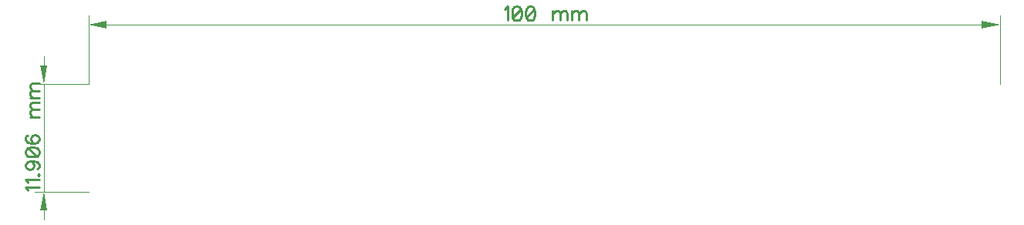
<source format=gbr>
G04 DipTrace 4.3.0.5*
G04 TopDimension.gbr*
%MOMM*%
G04 #@! TF.FileFunction,Drawing,Top*
G04 #@! TF.Part,Single*
%ADD15C,0.035*%
%ADD26C,0.23529*%
%FSLAX35Y35*%
G04*
G71*
G90*
G75*
G01*
G04 TopDimension*
%LPD*%
X-5000000Y1031877D2*
D15*
X-5592750D1*
X-5000000Y-158753D2*
X-5592750D1*
X-5492750Y1031877D2*
Y-158753D1*
Y1331877D2*
Y1231877D1*
G36*
Y1031877D2*
X-5532750Y1231877D1*
X-5452750D1*
X-5492750Y1031877D1*
G37*
Y-458753D2*
D15*
Y-358753D1*
G36*
Y-158753D2*
X-5452750Y-358753D1*
X-5532750D1*
X-5492750Y-158753D1*
G37*
X-5000000Y1031877D2*
D15*
Y1782750D1*
X5000000Y1031877D2*
Y1782750D1*
X0Y1682750D2*
X-4800000D1*
G36*
X-5000000D2*
X-4800000Y1722750D1*
Y1642750D1*
X-5000000Y1682750D1*
G37*
X0D2*
D15*
X4800000D1*
G36*
X5000000D2*
X4800000Y1642750D1*
Y1722750D1*
X5000000Y1682750D1*
G37*
X-5663092Y-140679D2*
D26*
X-5670505Y-126023D1*
X-5692236Y-104123D1*
X-5539273D1*
X-5663092Y-57064D2*
X-5670505Y-42408D1*
X-5692236Y-20508D1*
X-5539273D1*
X-5553929Y33795D2*
X-5546517Y26551D1*
X-5539273Y33795D1*
X-5546517Y41207D1*
X-5553929Y33795D1*
X-5641361Y183110D2*
X-5619461Y175698D1*
X-5604805Y161210D1*
X-5597561Y139310D1*
Y132066D1*
X-5604805Y110166D1*
X-5619461Y95678D1*
X-5641361Y88266D1*
X-5648605D1*
X-5670505Y95678D1*
X-5684992Y110166D1*
X-5692236Y132066D1*
Y139310D1*
X-5684992Y161210D1*
X-5670505Y175698D1*
X-5641361Y183110D1*
X-5604805D1*
X-5568417Y175698D1*
X-5546517Y161210D1*
X-5539273Y139310D1*
Y124822D1*
X-5546517Y102922D1*
X-5561173Y95678D1*
X-5692236Y273969D2*
X-5684992Y252069D1*
X-5663092Y237413D1*
X-5626705Y230169D1*
X-5604805D1*
X-5568417Y237413D1*
X-5546517Y252069D1*
X-5539273Y273969D1*
Y288456D1*
X-5546517Y310356D1*
X-5568417Y324844D1*
X-5604805Y332256D1*
X-5626705D1*
X-5663092Y324844D1*
X-5684992Y310356D1*
X-5692236Y288456D1*
Y273969D1*
X-5663092Y324844D2*
X-5568417Y237413D1*
X-5670505Y466747D2*
X-5684992Y459503D1*
X-5692236Y437603D1*
Y423115D1*
X-5684992Y401215D1*
X-5663092Y386559D1*
X-5626705Y379315D1*
X-5590317D1*
X-5561173Y386559D1*
X-5546517Y401215D1*
X-5539273Y423115D1*
Y430359D1*
X-5546517Y452091D1*
X-5561173Y466747D1*
X-5583073Y473991D1*
X-5590317D1*
X-5612217Y466747D1*
X-5626705Y452091D1*
X-5633948Y430359D1*
Y423115D1*
X-5626705Y401215D1*
X-5612217Y386559D1*
X-5590317Y379315D1*
X-5641361Y669185D2*
X-5539273D1*
X-5612217D2*
X-5634117Y691085D1*
X-5641361Y705741D1*
Y727473D1*
X-5634117Y742129D1*
X-5612217Y749373D1*
X-5539273D1*
X-5612217D2*
X-5634117Y771273D1*
X-5641361Y785929D1*
Y807661D1*
X-5634117Y822317D1*
X-5612217Y829729D1*
X-5539273D1*
X-5641361Y876788D2*
X-5539273D1*
X-5612217D2*
X-5634117Y898688D1*
X-5641361Y913344D1*
Y935076D1*
X-5634117Y949732D1*
X-5612217Y956976D1*
X-5539273D1*
X-5612217D2*
X-5634117Y978876D1*
X-5641361Y993532D1*
Y1015263D1*
X-5634117Y1029919D1*
X-5612217Y1037332D1*
X-5539273D1*
X-437330Y1853092D2*
X-422674Y1860505D1*
X-400774Y1882236D1*
Y1729273D1*
X-309915Y1882236D2*
X-331815Y1874992D1*
X-346472Y1853092D1*
X-353715Y1816705D1*
Y1794805D1*
X-346472Y1758417D1*
X-331815Y1736517D1*
X-309915Y1729273D1*
X-295428D1*
X-273528Y1736517D1*
X-259040Y1758417D1*
X-251628Y1794805D1*
Y1816705D1*
X-259040Y1853092D1*
X-273528Y1874992D1*
X-295428Y1882236D1*
X-309915D1*
X-259040Y1853092D2*
X-346472Y1758417D1*
X-160769Y1882236D2*
X-182669Y1874992D1*
X-197325Y1853092D1*
X-204569Y1816705D1*
Y1794805D1*
X-197325Y1758417D1*
X-182669Y1736517D1*
X-160769Y1729273D1*
X-146281D1*
X-124381Y1736517D1*
X-109894Y1758417D1*
X-102481Y1794805D1*
Y1816705D1*
X-109894Y1853092D1*
X-124381Y1874992D1*
X-146281Y1882236D1*
X-160769D1*
X-109894Y1853092D2*
X-197325Y1758417D1*
X92713Y1831361D2*
Y1729273D1*
Y1802217D2*
X114613Y1824117D1*
X129269Y1831361D1*
X151001D1*
X165657Y1824117D1*
X172901Y1802217D1*
Y1729273D1*
Y1802217D2*
X194801Y1824117D1*
X209457Y1831361D1*
X231189D1*
X245845Y1824117D1*
X253257Y1802217D1*
Y1729273D1*
X300316Y1831361D2*
Y1729273D1*
Y1802217D2*
X322216Y1824117D1*
X336872Y1831361D1*
X358604D1*
X373260Y1824117D1*
X380504Y1802217D1*
Y1729273D1*
Y1802217D2*
X402404Y1824117D1*
X417060Y1831361D1*
X438791D1*
X453448Y1824117D1*
X460860Y1802217D1*
Y1729273D1*
M02*

</source>
